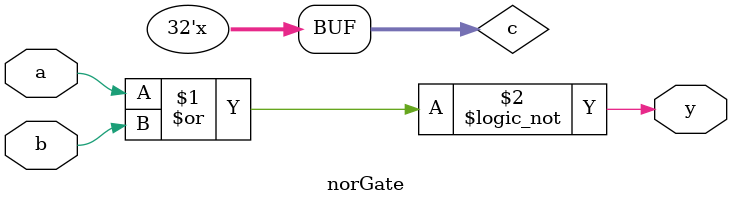
<source format=v>
/**
 * Copyright 2017 Emilio Rojas
 *
 * Permission is hereby granted, free of charge, to any person obtaining a copy
 * of this software and associated documentation files (the "Software"), to deal
 * in the Software without restriction, including without limitation the rights
 * to use, copy, modify, merge, publish, distribute, sublicense, and/or sell
 * copies of the Software, and to permit persons to whom the Software is
 * furnished to do so, subject to the following conditions:
 *
 * The above copyright notice and this permission notice shall be included in
 * all copies or substantial portions of the Software.
 *
 * THE SOFTWARE IS PROVIDED "AS IS", WITHOUT WARRANTY OF ANY KIND, EXPRESS OR
 * IMPLIED, INCLUDING BUT NOT LIMITED TO THE WARRANTIES OF MERCHANTABILITY,
 * FITNESS FOR A PARTICULAR PURPOSE AND NONINFRINGEMENT. IN NO EVENT SHALL THE
 * AUTHORS OR COPYRIGHT HOLDERS BE LIABLE FOR ANY CLAIM, DAMAGES OR OTHER
 * LIABILITY, WHETHER IN AN ACTION OF CONTRACT, TORT OR OTHERWISE, ARISING FROM,
 * OUT OF OR IN CONNECTION WITH THE SOFTWARE OR THE USE OR OTHER DEALINGS IN THE
 * SOFTWARE.
 */

`timescale 1ns/1ps

/*
  Compuerta NOR
  SN74AHC1G02
  Single 2-Input Positive-NOR Gate
  http://www.ti.com/lit/ds/symlink/sn74ahc1g02.pdf
  @ 3.3V
 */
module norGate (
  input a,  // entrada 1
  input b,  // entrada 2
  output y  // salida
);

  parameter tpdmin = 8.1;  // ns, máximo de los mínimos
  parameter tpdmax = 11.4; // ns, máximo de los máximos

  parameter Vcc = 3.3; // V
  parameter Cl = 0.05; // nF, 50pF

  // solo lógica combinacional
  wire a, b, y;

  integer c;
  initial c=0;

  assign #(tpdmin:tpdmax:tpdmax) y = !(a | b);

  always @ (y) begin
    c=c+1;
    // $display("     Potencia disipada por la compuerta NOR: %f", c * Cl * Vcc);
  end
endmodule

</source>
